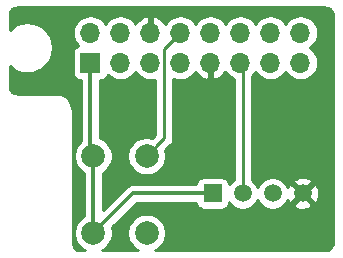
<source format=gbr>
G04 #@! TF.GenerationSoftware,KiCad,Pcbnew,(5.1.2)-1*
G04 #@! TF.CreationDate,2019-04-29T10:05:08+02:00*
G04 #@! TF.ProjectId,RPI FS HAT,52504920-4653-4204-9841-542e6b696361,1*
G04 #@! TF.SameCoordinates,Original*
G04 #@! TF.FileFunction,Copper,L2,Bot*
G04 #@! TF.FilePolarity,Positive*
%FSLAX46Y46*%
G04 Gerber Fmt 4.6, Leading zero omitted, Abs format (unit mm)*
G04 Created by KiCad (PCBNEW (5.1.2)-1) date 2019-04-29 10:05:08*
%MOMM*%
%LPD*%
G04 APERTURE LIST*
%ADD10R,1.700000X1.700000*%
%ADD11O,1.700000X1.700000*%
%ADD12C,2.000000*%
%ADD13R,1.500000X1.500000*%
%ADD14C,1.500000*%
%ADD15C,1.000000*%
%ADD16C,0.300000*%
%ADD17C,0.250000*%
%ADD18C,0.254000*%
G04 APERTURE END LIST*
D10*
X179197000Y-58801000D03*
D11*
X179197000Y-56261000D03*
X181737000Y-58801000D03*
X181737000Y-56261000D03*
X184277000Y-58801000D03*
X184277000Y-56261000D03*
X186817000Y-58801000D03*
X186817000Y-56261000D03*
X189357000Y-58801000D03*
X189357000Y-56261000D03*
X191897000Y-58801000D03*
X191897000Y-56261000D03*
X194437000Y-58801000D03*
X194437000Y-56261000D03*
X196977000Y-58801000D03*
X196977000Y-56261000D03*
D12*
X183951000Y-73197500D03*
X179451000Y-73197500D03*
X183951000Y-66697500D03*
X179451000Y-66697500D03*
D13*
X189547500Y-69850000D03*
D14*
X192087500Y-69850000D03*
X194627500Y-69850000D03*
X197167500Y-69850000D03*
D15*
X187960000Y-61658500D03*
D16*
X179197000Y-66443500D02*
X179451000Y-66697500D01*
X179197000Y-58801000D02*
X179197000Y-66443500D01*
X179451000Y-73123513D02*
X179503950Y-73176463D01*
X179451000Y-66697500D02*
X179451000Y-73123513D01*
X182780067Y-69850000D02*
X179476178Y-73153889D01*
X189547500Y-69850000D02*
X182780067Y-69850000D01*
D17*
X184950999Y-65697501D02*
X183951000Y-66697500D01*
X185452001Y-65196499D02*
X184950999Y-65697501D01*
X185452001Y-57625999D02*
X185452001Y-65196499D01*
X186817000Y-56261000D02*
X185452001Y-57625999D01*
X192087500Y-58991500D02*
X191897000Y-58801000D01*
X192087500Y-69850000D02*
X192087500Y-58991500D01*
D18*
G36*
X199131689Y-54119376D02*
G01*
X199295350Y-54169022D01*
X199446172Y-54249638D01*
X199578370Y-54358130D01*
X199686862Y-54490328D01*
X199746001Y-54600969D01*
X199746000Y-74177033D01*
X199686862Y-74287672D01*
X199578370Y-74419870D01*
X199446172Y-74528362D01*
X199295350Y-74608978D01*
X199131689Y-74658624D01*
X198955266Y-74676000D01*
X184654046Y-74676000D01*
X184725463Y-74646418D01*
X184993252Y-74467487D01*
X185220987Y-74239752D01*
X185399918Y-73971963D01*
X185523168Y-73674412D01*
X185586000Y-73358533D01*
X185586000Y-73036467D01*
X185523168Y-72720588D01*
X185399918Y-72423037D01*
X185220987Y-72155248D01*
X184993252Y-71927513D01*
X184725463Y-71748582D01*
X184427912Y-71625332D01*
X184112033Y-71562500D01*
X183789967Y-71562500D01*
X183474088Y-71625332D01*
X183176537Y-71748582D01*
X182908748Y-71927513D01*
X182681013Y-72155248D01*
X182502082Y-72423037D01*
X182378832Y-72720588D01*
X182316000Y-73036467D01*
X182316000Y-73358533D01*
X182378832Y-73674412D01*
X182502082Y-73971963D01*
X182681013Y-74239752D01*
X182908748Y-74467487D01*
X183176537Y-74646418D01*
X183247954Y-74676000D01*
X180154046Y-74676000D01*
X180225463Y-74646418D01*
X180493252Y-74467487D01*
X180720987Y-74239752D01*
X180899918Y-73971963D01*
X181023168Y-73674412D01*
X181086000Y-73358533D01*
X181086000Y-73036467D01*
X181023168Y-72720588D01*
X181022133Y-72718091D01*
X183105224Y-70635000D01*
X188162875Y-70635000D01*
X188171688Y-70724482D01*
X188207998Y-70844180D01*
X188266963Y-70954494D01*
X188346315Y-71051185D01*
X188443006Y-71130537D01*
X188553320Y-71189502D01*
X188673018Y-71225812D01*
X188797500Y-71238072D01*
X190297500Y-71238072D01*
X190421982Y-71225812D01*
X190541680Y-71189502D01*
X190651994Y-71130537D01*
X190748685Y-71051185D01*
X190828037Y-70954494D01*
X190887002Y-70844180D01*
X190923312Y-70724482D01*
X190933945Y-70616517D01*
X191011701Y-70732886D01*
X191204614Y-70925799D01*
X191431457Y-71077371D01*
X191683511Y-71181775D01*
X191951089Y-71235000D01*
X192223911Y-71235000D01*
X192491489Y-71181775D01*
X192743543Y-71077371D01*
X192970386Y-70925799D01*
X193163299Y-70732886D01*
X193314871Y-70506043D01*
X193357500Y-70403127D01*
X193400129Y-70506043D01*
X193551701Y-70732886D01*
X193744614Y-70925799D01*
X193971457Y-71077371D01*
X194223511Y-71181775D01*
X194491089Y-71235000D01*
X194763911Y-71235000D01*
X195031489Y-71181775D01*
X195283543Y-71077371D01*
X195510386Y-70925799D01*
X195629192Y-70806993D01*
X196390112Y-70806993D01*
X196455637Y-71045860D01*
X196702616Y-71161760D01*
X196967460Y-71227250D01*
X197239992Y-71239812D01*
X197509738Y-71198965D01*
X197766332Y-71106277D01*
X197879363Y-71045860D01*
X197944888Y-70806993D01*
X197167500Y-70029605D01*
X196390112Y-70806993D01*
X195629192Y-70806993D01*
X195703299Y-70732886D01*
X195854871Y-70506043D01*
X195896011Y-70406721D01*
X195911223Y-70448832D01*
X195971640Y-70561863D01*
X196210507Y-70627388D01*
X196987895Y-69850000D01*
X197347105Y-69850000D01*
X198124493Y-70627388D01*
X198363360Y-70561863D01*
X198479260Y-70314884D01*
X198544750Y-70050040D01*
X198557312Y-69777508D01*
X198516465Y-69507762D01*
X198423777Y-69251168D01*
X198363360Y-69138137D01*
X198124493Y-69072612D01*
X197347105Y-69850000D01*
X196987895Y-69850000D01*
X196210507Y-69072612D01*
X195971640Y-69138137D01*
X195897336Y-69296477D01*
X195854871Y-69193957D01*
X195703299Y-68967114D01*
X195629192Y-68893007D01*
X196390112Y-68893007D01*
X197167500Y-69670395D01*
X197944888Y-68893007D01*
X197879363Y-68654140D01*
X197632384Y-68538240D01*
X197367540Y-68472750D01*
X197095008Y-68460188D01*
X196825262Y-68501035D01*
X196568668Y-68593723D01*
X196455637Y-68654140D01*
X196390112Y-68893007D01*
X195629192Y-68893007D01*
X195510386Y-68774201D01*
X195283543Y-68622629D01*
X195031489Y-68518225D01*
X194763911Y-68465000D01*
X194491089Y-68465000D01*
X194223511Y-68518225D01*
X193971457Y-68622629D01*
X193744614Y-68774201D01*
X193551701Y-68967114D01*
X193400129Y-69193957D01*
X193357500Y-69296873D01*
X193314871Y-69193957D01*
X193163299Y-68967114D01*
X192970386Y-68774201D01*
X192847500Y-68692091D01*
X192847500Y-59942005D01*
X192952134Y-59856134D01*
X193137706Y-59630014D01*
X193167000Y-59575209D01*
X193196294Y-59630014D01*
X193381866Y-59856134D01*
X193607986Y-60041706D01*
X193865966Y-60179599D01*
X194145889Y-60264513D01*
X194364050Y-60286000D01*
X194509950Y-60286000D01*
X194728111Y-60264513D01*
X195008034Y-60179599D01*
X195266014Y-60041706D01*
X195492134Y-59856134D01*
X195677706Y-59630014D01*
X195707000Y-59575209D01*
X195736294Y-59630014D01*
X195921866Y-59856134D01*
X196147986Y-60041706D01*
X196405966Y-60179599D01*
X196685889Y-60264513D01*
X196904050Y-60286000D01*
X197049950Y-60286000D01*
X197268111Y-60264513D01*
X197548034Y-60179599D01*
X197806014Y-60041706D01*
X198032134Y-59856134D01*
X198217706Y-59630014D01*
X198355599Y-59372034D01*
X198440513Y-59092111D01*
X198469185Y-58801000D01*
X198440513Y-58509889D01*
X198355599Y-58229966D01*
X198217706Y-57971986D01*
X198032134Y-57745866D01*
X197806014Y-57560294D01*
X197751209Y-57531000D01*
X197806014Y-57501706D01*
X198032134Y-57316134D01*
X198217706Y-57090014D01*
X198355599Y-56832034D01*
X198440513Y-56552111D01*
X198469185Y-56261000D01*
X198440513Y-55969889D01*
X198355599Y-55689966D01*
X198217706Y-55431986D01*
X198032134Y-55205866D01*
X197806014Y-55020294D01*
X197548034Y-54882401D01*
X197268111Y-54797487D01*
X197049950Y-54776000D01*
X196904050Y-54776000D01*
X196685889Y-54797487D01*
X196405966Y-54882401D01*
X196147986Y-55020294D01*
X195921866Y-55205866D01*
X195736294Y-55431986D01*
X195707000Y-55486791D01*
X195677706Y-55431986D01*
X195492134Y-55205866D01*
X195266014Y-55020294D01*
X195008034Y-54882401D01*
X194728111Y-54797487D01*
X194509950Y-54776000D01*
X194364050Y-54776000D01*
X194145889Y-54797487D01*
X193865966Y-54882401D01*
X193607986Y-55020294D01*
X193381866Y-55205866D01*
X193196294Y-55431986D01*
X193167000Y-55486791D01*
X193137706Y-55431986D01*
X192952134Y-55205866D01*
X192726014Y-55020294D01*
X192468034Y-54882401D01*
X192188111Y-54797487D01*
X191969950Y-54776000D01*
X191824050Y-54776000D01*
X191605889Y-54797487D01*
X191325966Y-54882401D01*
X191067986Y-55020294D01*
X190841866Y-55205866D01*
X190656294Y-55431986D01*
X190627000Y-55486791D01*
X190597706Y-55431986D01*
X190412134Y-55205866D01*
X190186014Y-55020294D01*
X189928034Y-54882401D01*
X189648111Y-54797487D01*
X189429950Y-54776000D01*
X189284050Y-54776000D01*
X189065889Y-54797487D01*
X188785966Y-54882401D01*
X188527986Y-55020294D01*
X188301866Y-55205866D01*
X188116294Y-55431986D01*
X188087000Y-55486791D01*
X188057706Y-55431986D01*
X187872134Y-55205866D01*
X187646014Y-55020294D01*
X187388034Y-54882401D01*
X187108111Y-54797487D01*
X186889950Y-54776000D01*
X186744050Y-54776000D01*
X186525889Y-54797487D01*
X186245966Y-54882401D01*
X185987986Y-55020294D01*
X185761866Y-55205866D01*
X185576294Y-55431986D01*
X185541799Y-55496523D01*
X185472178Y-55379645D01*
X185277269Y-55163412D01*
X185043920Y-54989359D01*
X184781099Y-54864175D01*
X184633890Y-54819524D01*
X184404000Y-54940845D01*
X184404000Y-56134000D01*
X184424000Y-56134000D01*
X184424000Y-56388000D01*
X184404000Y-56388000D01*
X184404000Y-56408000D01*
X184150000Y-56408000D01*
X184150000Y-56388000D01*
X184130000Y-56388000D01*
X184130000Y-56134000D01*
X184150000Y-56134000D01*
X184150000Y-54940845D01*
X183920110Y-54819524D01*
X183772901Y-54864175D01*
X183510080Y-54989359D01*
X183276731Y-55163412D01*
X183081822Y-55379645D01*
X183012201Y-55496523D01*
X182977706Y-55431986D01*
X182792134Y-55205866D01*
X182566014Y-55020294D01*
X182308034Y-54882401D01*
X182028111Y-54797487D01*
X181809950Y-54776000D01*
X181664050Y-54776000D01*
X181445889Y-54797487D01*
X181165966Y-54882401D01*
X180907986Y-55020294D01*
X180681866Y-55205866D01*
X180496294Y-55431986D01*
X180467000Y-55486791D01*
X180437706Y-55431986D01*
X180252134Y-55205866D01*
X180026014Y-55020294D01*
X179768034Y-54882401D01*
X179488111Y-54797487D01*
X179269950Y-54776000D01*
X179124050Y-54776000D01*
X178905889Y-54797487D01*
X178625966Y-54882401D01*
X178367986Y-55020294D01*
X178141866Y-55205866D01*
X177956294Y-55431986D01*
X177818401Y-55689966D01*
X177733487Y-55969889D01*
X177704815Y-56261000D01*
X177733487Y-56552111D01*
X177818401Y-56832034D01*
X177956294Y-57090014D01*
X178141866Y-57316134D01*
X178171687Y-57340607D01*
X178102820Y-57361498D01*
X177992506Y-57420463D01*
X177895815Y-57499815D01*
X177816463Y-57596506D01*
X177757498Y-57706820D01*
X177721188Y-57826518D01*
X177708928Y-57951000D01*
X177708928Y-59651000D01*
X177721188Y-59775482D01*
X177757498Y-59895180D01*
X177816463Y-60005494D01*
X177895815Y-60102185D01*
X177992506Y-60181537D01*
X178102820Y-60240502D01*
X178222518Y-60276812D01*
X178347000Y-60289072D01*
X178412000Y-60289072D01*
X178412001Y-65425340D01*
X178408748Y-65427513D01*
X178181013Y-65655248D01*
X178002082Y-65923037D01*
X177878832Y-66220588D01*
X177816000Y-66536467D01*
X177816000Y-66858533D01*
X177878832Y-67174412D01*
X178002082Y-67471963D01*
X178181013Y-67739752D01*
X178408748Y-67967487D01*
X178666000Y-68139378D01*
X178666001Y-71755622D01*
X178408748Y-71927513D01*
X178181013Y-72155248D01*
X178002082Y-72423037D01*
X177878832Y-72720588D01*
X177816000Y-73036467D01*
X177816000Y-73358533D01*
X177878832Y-73674412D01*
X178002082Y-73971963D01*
X178181013Y-74239752D01*
X178408748Y-74467487D01*
X178676537Y-74646418D01*
X178747954Y-74676000D01*
X178425234Y-74676000D01*
X178248811Y-74658624D01*
X178085150Y-74608978D01*
X177934328Y-74528362D01*
X177804538Y-74421846D01*
X177802159Y-74417446D01*
X177774466Y-74327984D01*
X177761500Y-74204622D01*
X177761500Y-63213581D01*
X177758707Y-63185222D01*
X177758756Y-63178204D01*
X177757857Y-63169033D01*
X177734540Y-62947181D01*
X177722505Y-62888552D01*
X177711302Y-62829822D01*
X177708639Y-62821000D01*
X177642674Y-62607902D01*
X177619491Y-62552754D01*
X177597084Y-62497294D01*
X177592758Y-62489157D01*
X177531237Y-62375378D01*
X177526173Y-62323962D01*
X177521317Y-62299544D01*
X177464412Y-62111951D01*
X177454884Y-62088950D01*
X177362474Y-61916063D01*
X177348642Y-61895362D01*
X177224279Y-61743825D01*
X177206675Y-61726221D01*
X177055138Y-61601858D01*
X177034437Y-61588026D01*
X176861550Y-61495616D01*
X176838549Y-61486088D01*
X176650956Y-61429183D01*
X176626538Y-61424327D01*
X176431448Y-61405112D01*
X176419000Y-61404500D01*
X173091234Y-61404500D01*
X172914811Y-61387124D01*
X172751150Y-61337478D01*
X172600328Y-61256862D01*
X172468130Y-61148370D01*
X172374652Y-61034466D01*
X172364000Y-60933122D01*
X172364000Y-59085485D01*
X172679682Y-59339300D01*
X173053452Y-59534702D01*
X173458057Y-59653784D01*
X173878087Y-59692009D01*
X174297542Y-59647923D01*
X174700445Y-59523203D01*
X175071451Y-59322602D01*
X175396426Y-59053758D01*
X175662994Y-58726913D01*
X175861001Y-58354517D01*
X175982905Y-57950752D01*
X176024062Y-57531000D01*
X176023219Y-57470660D01*
X175970358Y-57052220D01*
X175837228Y-56652017D01*
X175628901Y-56285294D01*
X175353311Y-55966020D01*
X175020955Y-55706355D01*
X174644493Y-55516190D01*
X174238264Y-55402769D01*
X173817742Y-55370412D01*
X173398944Y-55420351D01*
X172997821Y-55550683D01*
X172629653Y-55756446D01*
X172364000Y-55982534D01*
X172364000Y-54515277D01*
X172367370Y-54480907D01*
X172468130Y-54358130D01*
X172600328Y-54249638D01*
X172751150Y-54169022D01*
X172914811Y-54119376D01*
X173091234Y-54102000D01*
X198955266Y-54102000D01*
X199131689Y-54119376D01*
X199131689Y-54119376D01*
G37*
X199131689Y-54119376D02*
X199295350Y-54169022D01*
X199446172Y-54249638D01*
X199578370Y-54358130D01*
X199686862Y-54490328D01*
X199746001Y-54600969D01*
X199746000Y-74177033D01*
X199686862Y-74287672D01*
X199578370Y-74419870D01*
X199446172Y-74528362D01*
X199295350Y-74608978D01*
X199131689Y-74658624D01*
X198955266Y-74676000D01*
X184654046Y-74676000D01*
X184725463Y-74646418D01*
X184993252Y-74467487D01*
X185220987Y-74239752D01*
X185399918Y-73971963D01*
X185523168Y-73674412D01*
X185586000Y-73358533D01*
X185586000Y-73036467D01*
X185523168Y-72720588D01*
X185399918Y-72423037D01*
X185220987Y-72155248D01*
X184993252Y-71927513D01*
X184725463Y-71748582D01*
X184427912Y-71625332D01*
X184112033Y-71562500D01*
X183789967Y-71562500D01*
X183474088Y-71625332D01*
X183176537Y-71748582D01*
X182908748Y-71927513D01*
X182681013Y-72155248D01*
X182502082Y-72423037D01*
X182378832Y-72720588D01*
X182316000Y-73036467D01*
X182316000Y-73358533D01*
X182378832Y-73674412D01*
X182502082Y-73971963D01*
X182681013Y-74239752D01*
X182908748Y-74467487D01*
X183176537Y-74646418D01*
X183247954Y-74676000D01*
X180154046Y-74676000D01*
X180225463Y-74646418D01*
X180493252Y-74467487D01*
X180720987Y-74239752D01*
X180899918Y-73971963D01*
X181023168Y-73674412D01*
X181086000Y-73358533D01*
X181086000Y-73036467D01*
X181023168Y-72720588D01*
X181022133Y-72718091D01*
X183105224Y-70635000D01*
X188162875Y-70635000D01*
X188171688Y-70724482D01*
X188207998Y-70844180D01*
X188266963Y-70954494D01*
X188346315Y-71051185D01*
X188443006Y-71130537D01*
X188553320Y-71189502D01*
X188673018Y-71225812D01*
X188797500Y-71238072D01*
X190297500Y-71238072D01*
X190421982Y-71225812D01*
X190541680Y-71189502D01*
X190651994Y-71130537D01*
X190748685Y-71051185D01*
X190828037Y-70954494D01*
X190887002Y-70844180D01*
X190923312Y-70724482D01*
X190933945Y-70616517D01*
X191011701Y-70732886D01*
X191204614Y-70925799D01*
X191431457Y-71077371D01*
X191683511Y-71181775D01*
X191951089Y-71235000D01*
X192223911Y-71235000D01*
X192491489Y-71181775D01*
X192743543Y-71077371D01*
X192970386Y-70925799D01*
X193163299Y-70732886D01*
X193314871Y-70506043D01*
X193357500Y-70403127D01*
X193400129Y-70506043D01*
X193551701Y-70732886D01*
X193744614Y-70925799D01*
X193971457Y-71077371D01*
X194223511Y-71181775D01*
X194491089Y-71235000D01*
X194763911Y-71235000D01*
X195031489Y-71181775D01*
X195283543Y-71077371D01*
X195510386Y-70925799D01*
X195629192Y-70806993D01*
X196390112Y-70806993D01*
X196455637Y-71045860D01*
X196702616Y-71161760D01*
X196967460Y-71227250D01*
X197239992Y-71239812D01*
X197509738Y-71198965D01*
X197766332Y-71106277D01*
X197879363Y-71045860D01*
X197944888Y-70806993D01*
X197167500Y-70029605D01*
X196390112Y-70806993D01*
X195629192Y-70806993D01*
X195703299Y-70732886D01*
X195854871Y-70506043D01*
X195896011Y-70406721D01*
X195911223Y-70448832D01*
X195971640Y-70561863D01*
X196210507Y-70627388D01*
X196987895Y-69850000D01*
X197347105Y-69850000D01*
X198124493Y-70627388D01*
X198363360Y-70561863D01*
X198479260Y-70314884D01*
X198544750Y-70050040D01*
X198557312Y-69777508D01*
X198516465Y-69507762D01*
X198423777Y-69251168D01*
X198363360Y-69138137D01*
X198124493Y-69072612D01*
X197347105Y-69850000D01*
X196987895Y-69850000D01*
X196210507Y-69072612D01*
X195971640Y-69138137D01*
X195897336Y-69296477D01*
X195854871Y-69193957D01*
X195703299Y-68967114D01*
X195629192Y-68893007D01*
X196390112Y-68893007D01*
X197167500Y-69670395D01*
X197944888Y-68893007D01*
X197879363Y-68654140D01*
X197632384Y-68538240D01*
X197367540Y-68472750D01*
X197095008Y-68460188D01*
X196825262Y-68501035D01*
X196568668Y-68593723D01*
X196455637Y-68654140D01*
X196390112Y-68893007D01*
X195629192Y-68893007D01*
X195510386Y-68774201D01*
X195283543Y-68622629D01*
X195031489Y-68518225D01*
X194763911Y-68465000D01*
X194491089Y-68465000D01*
X194223511Y-68518225D01*
X193971457Y-68622629D01*
X193744614Y-68774201D01*
X193551701Y-68967114D01*
X193400129Y-69193957D01*
X193357500Y-69296873D01*
X193314871Y-69193957D01*
X193163299Y-68967114D01*
X192970386Y-68774201D01*
X192847500Y-68692091D01*
X192847500Y-59942005D01*
X192952134Y-59856134D01*
X193137706Y-59630014D01*
X193167000Y-59575209D01*
X193196294Y-59630014D01*
X193381866Y-59856134D01*
X193607986Y-60041706D01*
X193865966Y-60179599D01*
X194145889Y-60264513D01*
X194364050Y-60286000D01*
X194509950Y-60286000D01*
X194728111Y-60264513D01*
X195008034Y-60179599D01*
X195266014Y-60041706D01*
X195492134Y-59856134D01*
X195677706Y-59630014D01*
X195707000Y-59575209D01*
X195736294Y-59630014D01*
X195921866Y-59856134D01*
X196147986Y-60041706D01*
X196405966Y-60179599D01*
X196685889Y-60264513D01*
X196904050Y-60286000D01*
X197049950Y-60286000D01*
X197268111Y-60264513D01*
X197548034Y-60179599D01*
X197806014Y-60041706D01*
X198032134Y-59856134D01*
X198217706Y-59630014D01*
X198355599Y-59372034D01*
X198440513Y-59092111D01*
X198469185Y-58801000D01*
X198440513Y-58509889D01*
X198355599Y-58229966D01*
X198217706Y-57971986D01*
X198032134Y-57745866D01*
X197806014Y-57560294D01*
X197751209Y-57531000D01*
X197806014Y-57501706D01*
X198032134Y-57316134D01*
X198217706Y-57090014D01*
X198355599Y-56832034D01*
X198440513Y-56552111D01*
X198469185Y-56261000D01*
X198440513Y-55969889D01*
X198355599Y-55689966D01*
X198217706Y-55431986D01*
X198032134Y-55205866D01*
X197806014Y-55020294D01*
X197548034Y-54882401D01*
X197268111Y-54797487D01*
X197049950Y-54776000D01*
X196904050Y-54776000D01*
X196685889Y-54797487D01*
X196405966Y-54882401D01*
X196147986Y-55020294D01*
X195921866Y-55205866D01*
X195736294Y-55431986D01*
X195707000Y-55486791D01*
X195677706Y-55431986D01*
X195492134Y-55205866D01*
X195266014Y-55020294D01*
X195008034Y-54882401D01*
X194728111Y-54797487D01*
X194509950Y-54776000D01*
X194364050Y-54776000D01*
X194145889Y-54797487D01*
X193865966Y-54882401D01*
X193607986Y-55020294D01*
X193381866Y-55205866D01*
X193196294Y-55431986D01*
X193167000Y-55486791D01*
X193137706Y-55431986D01*
X192952134Y-55205866D01*
X192726014Y-55020294D01*
X192468034Y-54882401D01*
X192188111Y-54797487D01*
X191969950Y-54776000D01*
X191824050Y-54776000D01*
X191605889Y-54797487D01*
X191325966Y-54882401D01*
X191067986Y-55020294D01*
X190841866Y-55205866D01*
X190656294Y-55431986D01*
X190627000Y-55486791D01*
X190597706Y-55431986D01*
X190412134Y-55205866D01*
X190186014Y-55020294D01*
X189928034Y-54882401D01*
X189648111Y-54797487D01*
X189429950Y-54776000D01*
X189284050Y-54776000D01*
X189065889Y-54797487D01*
X188785966Y-54882401D01*
X188527986Y-55020294D01*
X188301866Y-55205866D01*
X188116294Y-55431986D01*
X188087000Y-55486791D01*
X188057706Y-55431986D01*
X187872134Y-55205866D01*
X187646014Y-55020294D01*
X187388034Y-54882401D01*
X187108111Y-54797487D01*
X186889950Y-54776000D01*
X186744050Y-54776000D01*
X186525889Y-54797487D01*
X186245966Y-54882401D01*
X185987986Y-55020294D01*
X185761866Y-55205866D01*
X185576294Y-55431986D01*
X185541799Y-55496523D01*
X185472178Y-55379645D01*
X185277269Y-55163412D01*
X185043920Y-54989359D01*
X184781099Y-54864175D01*
X184633890Y-54819524D01*
X184404000Y-54940845D01*
X184404000Y-56134000D01*
X184424000Y-56134000D01*
X184424000Y-56388000D01*
X184404000Y-56388000D01*
X184404000Y-56408000D01*
X184150000Y-56408000D01*
X184150000Y-56388000D01*
X184130000Y-56388000D01*
X184130000Y-56134000D01*
X184150000Y-56134000D01*
X184150000Y-54940845D01*
X183920110Y-54819524D01*
X183772901Y-54864175D01*
X183510080Y-54989359D01*
X183276731Y-55163412D01*
X183081822Y-55379645D01*
X183012201Y-55496523D01*
X182977706Y-55431986D01*
X182792134Y-55205866D01*
X182566014Y-55020294D01*
X182308034Y-54882401D01*
X182028111Y-54797487D01*
X181809950Y-54776000D01*
X181664050Y-54776000D01*
X181445889Y-54797487D01*
X181165966Y-54882401D01*
X180907986Y-55020294D01*
X180681866Y-55205866D01*
X180496294Y-55431986D01*
X180467000Y-55486791D01*
X180437706Y-55431986D01*
X180252134Y-55205866D01*
X180026014Y-55020294D01*
X179768034Y-54882401D01*
X179488111Y-54797487D01*
X179269950Y-54776000D01*
X179124050Y-54776000D01*
X178905889Y-54797487D01*
X178625966Y-54882401D01*
X178367986Y-55020294D01*
X178141866Y-55205866D01*
X177956294Y-55431986D01*
X177818401Y-55689966D01*
X177733487Y-55969889D01*
X177704815Y-56261000D01*
X177733487Y-56552111D01*
X177818401Y-56832034D01*
X177956294Y-57090014D01*
X178141866Y-57316134D01*
X178171687Y-57340607D01*
X178102820Y-57361498D01*
X177992506Y-57420463D01*
X177895815Y-57499815D01*
X177816463Y-57596506D01*
X177757498Y-57706820D01*
X177721188Y-57826518D01*
X177708928Y-57951000D01*
X177708928Y-59651000D01*
X177721188Y-59775482D01*
X177757498Y-59895180D01*
X177816463Y-60005494D01*
X177895815Y-60102185D01*
X177992506Y-60181537D01*
X178102820Y-60240502D01*
X178222518Y-60276812D01*
X178347000Y-60289072D01*
X178412000Y-60289072D01*
X178412001Y-65425340D01*
X178408748Y-65427513D01*
X178181013Y-65655248D01*
X178002082Y-65923037D01*
X177878832Y-66220588D01*
X177816000Y-66536467D01*
X177816000Y-66858533D01*
X177878832Y-67174412D01*
X178002082Y-67471963D01*
X178181013Y-67739752D01*
X178408748Y-67967487D01*
X178666000Y-68139378D01*
X178666001Y-71755622D01*
X178408748Y-71927513D01*
X178181013Y-72155248D01*
X178002082Y-72423037D01*
X177878832Y-72720588D01*
X177816000Y-73036467D01*
X177816000Y-73358533D01*
X177878832Y-73674412D01*
X178002082Y-73971963D01*
X178181013Y-74239752D01*
X178408748Y-74467487D01*
X178676537Y-74646418D01*
X178747954Y-74676000D01*
X178425234Y-74676000D01*
X178248811Y-74658624D01*
X178085150Y-74608978D01*
X177934328Y-74528362D01*
X177804538Y-74421846D01*
X177802159Y-74417446D01*
X177774466Y-74327984D01*
X177761500Y-74204622D01*
X177761500Y-63213581D01*
X177758707Y-63185222D01*
X177758756Y-63178204D01*
X177757857Y-63169033D01*
X177734540Y-62947181D01*
X177722505Y-62888552D01*
X177711302Y-62829822D01*
X177708639Y-62821000D01*
X177642674Y-62607902D01*
X177619491Y-62552754D01*
X177597084Y-62497294D01*
X177592758Y-62489157D01*
X177531237Y-62375378D01*
X177526173Y-62323962D01*
X177521317Y-62299544D01*
X177464412Y-62111951D01*
X177454884Y-62088950D01*
X177362474Y-61916063D01*
X177348642Y-61895362D01*
X177224279Y-61743825D01*
X177206675Y-61726221D01*
X177055138Y-61601858D01*
X177034437Y-61588026D01*
X176861550Y-61495616D01*
X176838549Y-61486088D01*
X176650956Y-61429183D01*
X176626538Y-61424327D01*
X176431448Y-61405112D01*
X176419000Y-61404500D01*
X173091234Y-61404500D01*
X172914811Y-61387124D01*
X172751150Y-61337478D01*
X172600328Y-61256862D01*
X172468130Y-61148370D01*
X172374652Y-61034466D01*
X172364000Y-60933122D01*
X172364000Y-59085485D01*
X172679682Y-59339300D01*
X173053452Y-59534702D01*
X173458057Y-59653784D01*
X173878087Y-59692009D01*
X174297542Y-59647923D01*
X174700445Y-59523203D01*
X175071451Y-59322602D01*
X175396426Y-59053758D01*
X175662994Y-58726913D01*
X175861001Y-58354517D01*
X175982905Y-57950752D01*
X176024062Y-57531000D01*
X176023219Y-57470660D01*
X175970358Y-57052220D01*
X175837228Y-56652017D01*
X175628901Y-56285294D01*
X175353311Y-55966020D01*
X175020955Y-55706355D01*
X174644493Y-55516190D01*
X174238264Y-55402769D01*
X173817742Y-55370412D01*
X173398944Y-55420351D01*
X172997821Y-55550683D01*
X172629653Y-55756446D01*
X172364000Y-55982534D01*
X172364000Y-54515277D01*
X172367370Y-54480907D01*
X172468130Y-54358130D01*
X172600328Y-54249638D01*
X172751150Y-54169022D01*
X172914811Y-54119376D01*
X173091234Y-54102000D01*
X198955266Y-54102000D01*
X199131689Y-54119376D01*
G36*
X189484000Y-58674000D02*
G01*
X189504000Y-58674000D01*
X189504000Y-58928000D01*
X189484000Y-58928000D01*
X189484000Y-60121155D01*
X189713890Y-60242476D01*
X189861099Y-60197825D01*
X190123920Y-60072641D01*
X190357269Y-59898588D01*
X190552178Y-59682355D01*
X190621799Y-59565477D01*
X190656294Y-59630014D01*
X190841866Y-59856134D01*
X191067986Y-60041706D01*
X191325966Y-60179599D01*
X191327501Y-60180065D01*
X191327500Y-68692091D01*
X191204614Y-68774201D01*
X191011701Y-68967114D01*
X190933945Y-69083483D01*
X190923312Y-68975518D01*
X190887002Y-68855820D01*
X190828037Y-68745506D01*
X190748685Y-68648815D01*
X190651994Y-68569463D01*
X190541680Y-68510498D01*
X190421982Y-68474188D01*
X190297500Y-68461928D01*
X188797500Y-68461928D01*
X188673018Y-68474188D01*
X188553320Y-68510498D01*
X188443006Y-68569463D01*
X188346315Y-68648815D01*
X188266963Y-68745506D01*
X188207998Y-68855820D01*
X188171688Y-68975518D01*
X188162875Y-69065000D01*
X182818623Y-69065000D01*
X182780067Y-69061203D01*
X182741511Y-69065000D01*
X182741506Y-69065000D01*
X182701093Y-69068980D01*
X182626180Y-69076358D01*
X182478207Y-69121246D01*
X182341834Y-69194138D01*
X182222303Y-69292236D01*
X182197720Y-69322190D01*
X180236000Y-71283910D01*
X180236000Y-68139377D01*
X180493252Y-67967487D01*
X180720987Y-67739752D01*
X180899918Y-67471963D01*
X181023168Y-67174412D01*
X181086000Y-66858533D01*
X181086000Y-66536467D01*
X181023168Y-66220588D01*
X180899918Y-65923037D01*
X180720987Y-65655248D01*
X180493252Y-65427513D01*
X180225463Y-65248582D01*
X179982000Y-65147736D01*
X179982000Y-60289072D01*
X180047000Y-60289072D01*
X180171482Y-60276812D01*
X180291180Y-60240502D01*
X180401494Y-60181537D01*
X180498185Y-60102185D01*
X180577537Y-60005494D01*
X180636502Y-59895180D01*
X180657393Y-59826313D01*
X180681866Y-59856134D01*
X180907986Y-60041706D01*
X181165966Y-60179599D01*
X181445889Y-60264513D01*
X181664050Y-60286000D01*
X181809950Y-60286000D01*
X182028111Y-60264513D01*
X182308034Y-60179599D01*
X182566014Y-60041706D01*
X182792134Y-59856134D01*
X182977706Y-59630014D01*
X183007000Y-59575209D01*
X183036294Y-59630014D01*
X183221866Y-59856134D01*
X183447986Y-60041706D01*
X183705966Y-60179599D01*
X183985889Y-60264513D01*
X184204050Y-60286000D01*
X184349950Y-60286000D01*
X184568111Y-60264513D01*
X184692001Y-60226931D01*
X184692002Y-64881697D01*
X184442376Y-65131323D01*
X184427912Y-65125332D01*
X184112033Y-65062500D01*
X183789967Y-65062500D01*
X183474088Y-65125332D01*
X183176537Y-65248582D01*
X182908748Y-65427513D01*
X182681013Y-65655248D01*
X182502082Y-65923037D01*
X182378832Y-66220588D01*
X182316000Y-66536467D01*
X182316000Y-66858533D01*
X182378832Y-67174412D01*
X182502082Y-67471963D01*
X182681013Y-67739752D01*
X182908748Y-67967487D01*
X183176537Y-68146418D01*
X183474088Y-68269668D01*
X183789967Y-68332500D01*
X184112033Y-68332500D01*
X184427912Y-68269668D01*
X184725463Y-68146418D01*
X184993252Y-67967487D01*
X185220987Y-67739752D01*
X185399918Y-67471963D01*
X185523168Y-67174412D01*
X185586000Y-66858533D01*
X185586000Y-66536467D01*
X185523168Y-66220588D01*
X185517177Y-66206124D01*
X185962998Y-65760303D01*
X185992002Y-65736500D01*
X186086975Y-65620775D01*
X186157547Y-65488746D01*
X186201004Y-65345485D01*
X186212001Y-65233832D01*
X186212001Y-65233822D01*
X186215677Y-65196499D01*
X186212001Y-65159176D01*
X186212001Y-60161444D01*
X186245966Y-60179599D01*
X186525889Y-60264513D01*
X186744050Y-60286000D01*
X186889950Y-60286000D01*
X187108111Y-60264513D01*
X187388034Y-60179599D01*
X187646014Y-60041706D01*
X187872134Y-59856134D01*
X188057706Y-59630014D01*
X188092201Y-59565477D01*
X188161822Y-59682355D01*
X188356731Y-59898588D01*
X188590080Y-60072641D01*
X188852901Y-60197825D01*
X189000110Y-60242476D01*
X189230000Y-60121155D01*
X189230000Y-58928000D01*
X189210000Y-58928000D01*
X189210000Y-58674000D01*
X189230000Y-58674000D01*
X189230000Y-58654000D01*
X189484000Y-58654000D01*
X189484000Y-58674000D01*
X189484000Y-58674000D01*
G37*
X189484000Y-58674000D02*
X189504000Y-58674000D01*
X189504000Y-58928000D01*
X189484000Y-58928000D01*
X189484000Y-60121155D01*
X189713890Y-60242476D01*
X189861099Y-60197825D01*
X190123920Y-60072641D01*
X190357269Y-59898588D01*
X190552178Y-59682355D01*
X190621799Y-59565477D01*
X190656294Y-59630014D01*
X190841866Y-59856134D01*
X191067986Y-60041706D01*
X191325966Y-60179599D01*
X191327501Y-60180065D01*
X191327500Y-68692091D01*
X191204614Y-68774201D01*
X191011701Y-68967114D01*
X190933945Y-69083483D01*
X190923312Y-68975518D01*
X190887002Y-68855820D01*
X190828037Y-68745506D01*
X190748685Y-68648815D01*
X190651994Y-68569463D01*
X190541680Y-68510498D01*
X190421982Y-68474188D01*
X190297500Y-68461928D01*
X188797500Y-68461928D01*
X188673018Y-68474188D01*
X188553320Y-68510498D01*
X188443006Y-68569463D01*
X188346315Y-68648815D01*
X188266963Y-68745506D01*
X188207998Y-68855820D01*
X188171688Y-68975518D01*
X188162875Y-69065000D01*
X182818623Y-69065000D01*
X182780067Y-69061203D01*
X182741511Y-69065000D01*
X182741506Y-69065000D01*
X182701093Y-69068980D01*
X182626180Y-69076358D01*
X182478207Y-69121246D01*
X182341834Y-69194138D01*
X182222303Y-69292236D01*
X182197720Y-69322190D01*
X180236000Y-71283910D01*
X180236000Y-68139377D01*
X180493252Y-67967487D01*
X180720987Y-67739752D01*
X180899918Y-67471963D01*
X181023168Y-67174412D01*
X181086000Y-66858533D01*
X181086000Y-66536467D01*
X181023168Y-66220588D01*
X180899918Y-65923037D01*
X180720987Y-65655248D01*
X180493252Y-65427513D01*
X180225463Y-65248582D01*
X179982000Y-65147736D01*
X179982000Y-60289072D01*
X180047000Y-60289072D01*
X180171482Y-60276812D01*
X180291180Y-60240502D01*
X180401494Y-60181537D01*
X180498185Y-60102185D01*
X180577537Y-60005494D01*
X180636502Y-59895180D01*
X180657393Y-59826313D01*
X180681866Y-59856134D01*
X180907986Y-60041706D01*
X181165966Y-60179599D01*
X181445889Y-60264513D01*
X181664050Y-60286000D01*
X181809950Y-60286000D01*
X182028111Y-60264513D01*
X182308034Y-60179599D01*
X182566014Y-60041706D01*
X182792134Y-59856134D01*
X182977706Y-59630014D01*
X183007000Y-59575209D01*
X183036294Y-59630014D01*
X183221866Y-59856134D01*
X183447986Y-60041706D01*
X183705966Y-60179599D01*
X183985889Y-60264513D01*
X184204050Y-60286000D01*
X184349950Y-60286000D01*
X184568111Y-60264513D01*
X184692001Y-60226931D01*
X184692002Y-64881697D01*
X184442376Y-65131323D01*
X184427912Y-65125332D01*
X184112033Y-65062500D01*
X183789967Y-65062500D01*
X183474088Y-65125332D01*
X183176537Y-65248582D01*
X182908748Y-65427513D01*
X182681013Y-65655248D01*
X182502082Y-65923037D01*
X182378832Y-66220588D01*
X182316000Y-66536467D01*
X182316000Y-66858533D01*
X182378832Y-67174412D01*
X182502082Y-67471963D01*
X182681013Y-67739752D01*
X182908748Y-67967487D01*
X183176537Y-68146418D01*
X183474088Y-68269668D01*
X183789967Y-68332500D01*
X184112033Y-68332500D01*
X184427912Y-68269668D01*
X184725463Y-68146418D01*
X184993252Y-67967487D01*
X185220987Y-67739752D01*
X185399918Y-67471963D01*
X185523168Y-67174412D01*
X185586000Y-66858533D01*
X185586000Y-66536467D01*
X185523168Y-66220588D01*
X185517177Y-66206124D01*
X185962998Y-65760303D01*
X185992002Y-65736500D01*
X186086975Y-65620775D01*
X186157547Y-65488746D01*
X186201004Y-65345485D01*
X186212001Y-65233832D01*
X186212001Y-65233822D01*
X186215677Y-65196499D01*
X186212001Y-65159176D01*
X186212001Y-60161444D01*
X186245966Y-60179599D01*
X186525889Y-60264513D01*
X186744050Y-60286000D01*
X186889950Y-60286000D01*
X187108111Y-60264513D01*
X187388034Y-60179599D01*
X187646014Y-60041706D01*
X187872134Y-59856134D01*
X188057706Y-59630014D01*
X188092201Y-59565477D01*
X188161822Y-59682355D01*
X188356731Y-59898588D01*
X188590080Y-60072641D01*
X188852901Y-60197825D01*
X189000110Y-60242476D01*
X189230000Y-60121155D01*
X189230000Y-58928000D01*
X189210000Y-58928000D01*
X189210000Y-58674000D01*
X189230000Y-58674000D01*
X189230000Y-58654000D01*
X189484000Y-58654000D01*
X189484000Y-58674000D01*
M02*

</source>
